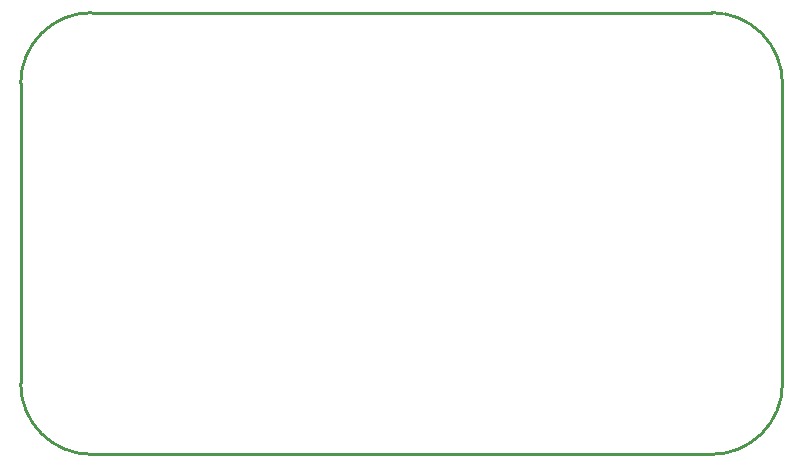
<source format=gko>
G04*
G04 #@! TF.GenerationSoftware,Altium Limited,Altium Designer,22.3.1 (43)*
G04*
G04 Layer_Color=16711935*
%FSLAX25Y25*%
%MOIN*%
G70*
G04*
G04 #@! TF.SameCoordinates,13010D4F-CA40-4925-A7E6-2A4E1DD476F1*
G04*
G04*
G04 #@! TF.FilePolarity,Positive*
G04*
G01*
G75*
%ADD64C,0.01000*%
D64*
X-16936Y5118D02*
G03*
X6693Y-18510I23629J-0D01*
G01*
X213386D02*
G03*
X237014Y5118I0J23629D01*
G01*
X237008Y105118D02*
G03*
X213379Y128747I-23629J0D01*
G01*
X6693Y128747D02*
G03*
X-16936Y105118I-0J-23629D01*
G01*
X6693Y-18510D02*
Y-18504D01*
X213386Y-18504D01*
Y-18510D02*
Y-18504D01*
X237008Y5118D02*
X237014D01*
X237008D02*
X237008Y105118D01*
X213379Y128740D02*
Y128747D01*
X6693Y128740D02*
X213379Y128740D01*
X6693Y128740D02*
Y128747D01*
X-16936Y105118D02*
X-16929D01*
X-16936Y5118D02*
X-16929Y105118D01*
M02*

</source>
